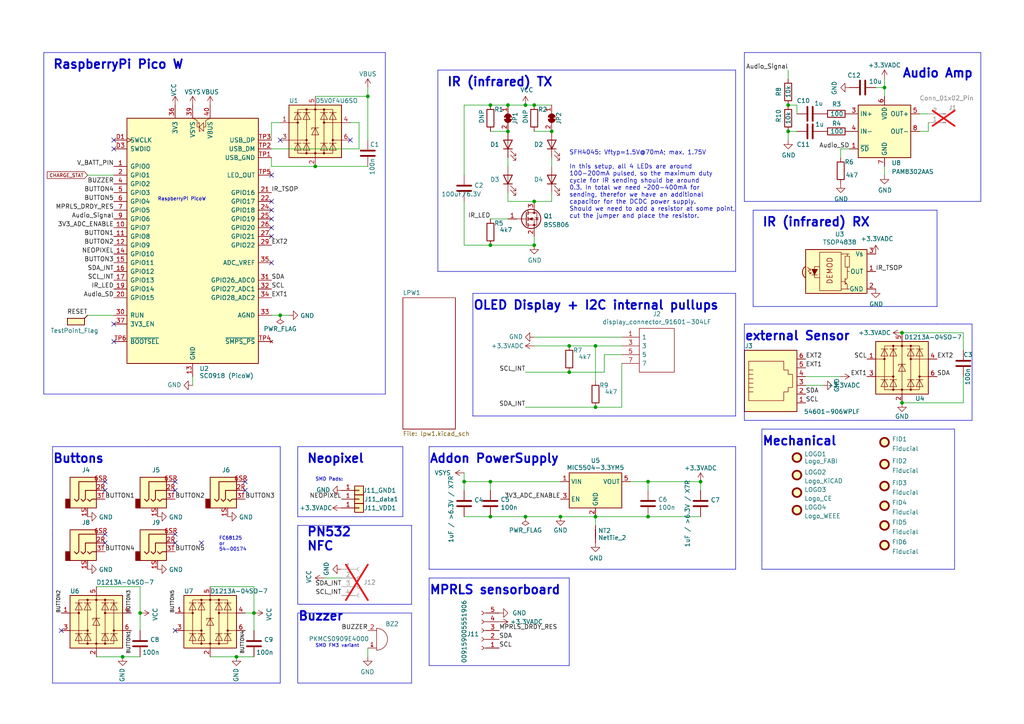
<source format=kicad_sch>
(kicad_sch (version 20231120) (generator "eeschema") (generator_version "8.0")
  (paper "A4")
  (title_block (title "FABI3 PCB (PicoW) with 5 jack plugs") (date "2023-08-23") (rev "v3.1") (company "AsTeRICS Foundation") (comment 1 "www.asterics-foundation.org") (comment 2 "Benjamin Aigner"))
  (junction (at 228.6 30.48))
  (junction (at 134.62 139.7))
  (junction (at 68.58 190.5))
  (junction (at 152.4 149.86))
  (junction (at 162.56 149.86))
  (junction (at 261.62 116.84))
  (junction (at 106.68 27.94))
  (junction (at 73.66 177.8))
  (junction (at 172.72 100.33))
  (junction (at 142.24 71.12))
  (junction (at 147.32 30.48))
  (junction (at 142.24 30.48))
  (junction (at 256.54 25.4))
  (junction (at 81.28 91.44))
  (junction (at 187.96 139.7))
  (junction (at 165.1 100.33))
  (junction (at 142.24 139.7))
  (junction (at 142.24 149.86))
  (junction (at 165.1 107.95))
  (junction (at 154.94 30.48))
  (junction (at 91.44 48.26))
  (junction (at 187.96 149.86))
  (junction (at 160.02 38.1))
  (junction (at 154.94 58.42))
  (junction (at 154.94 71.12))
  (junction (at 40.64 177.8))
  (junction (at 172.72 118.11))
  (junction (at 261.62 96.52))
  (junction (at 228.6 38.1))
  (junction (at 147.32 38.1))
  (junction (at 35.56 190.5))
  (junction (at 203.2 139.7))
  (junction (at 172.72 149.86))
  (junction (at 152.4 30.48))
  (no_connect (at 50.8 182.88))
  (no_connect (at 50.8 154.94))
  (no_connect (at 50.8 142.24))
  (no_connect (at 71.12 139.7))
  (no_connect (at 78.74 58.42))
  (no_connect (at 30.48 142.24))
  (no_connect (at 30.48 157.48))
  (no_connect (at 58.42 157.48))
  (no_connect (at 78.74 66.04))
  (no_connect (at 33.02 43.18))
  (no_connect (at 81.28 40.64))
  (no_connect (at 33.02 93.98))
  (no_connect (at 30.48 154.94))
  (no_connect (at 78.74 63.5))
  (no_connect (at 78.74 76.2))
  (no_connect (at 71.12 142.24))
  (no_connect (at 78.74 68.58))
  (no_connect (at 50.8 139.7))
  (no_connect (at 33.02 40.64))
  (no_connect (at 33.02 99.06))
  (no_connect (at 30.48 139.7))
  (no_connect (at 78.74 50.8))
  (no_connect (at 78.74 60.96))
  (no_connect (at 17.78 182.88))
  (no_connect (at 101.6 40.64))
  (no_connect (at 50.8 157.48))
  (wire (pts (xy 134.62 137.16) (xy 134.62 139.7)))
  (polyline (pts (xy 215.9 15.24) (xy 215.9 58.42)))
  (polyline (pts (xy 12.7 15.24) (xy 111.76 15.24)))
  (polyline (pts (xy 86.36 129.54) (xy 116.84 129.54)))
  (wire (pts (xy 134.62 149.86) (xy 142.24 149.86)))
  (polyline (pts (xy 220.98 124.46) (xy 276.86 124.46)))
  (wire (pts (xy 269.24 38.1) (xy 269.24 35.56)))
  (wire (pts (xy 55.88 109.22) (xy 55.88 111.76)))
  (wire (pts (xy 203.2 139.7) (xy 203.2 142.24)))
  (wire (pts (xy 154.94 58.42) (xy 160.02 58.42)))
  (wire (pts (xy 279.4 101.6) (xy 279.4 96.52)))
  (wire (pts (xy 152.4 107.95) (xy 165.1 107.95)))
  (wire (pts (xy 78.74 35.56) (xy 81.28 35.56)))
  (polyline (pts (xy 127 20.32) (xy 213.36 20.32)))
  (polyline (pts (xy 119.38 177.8) (xy 119.38 198.12)))
  (polyline (pts (xy 119.38 175.26) (xy 86.36 175.26)))
  (wire (pts (xy 154.94 30.48) (xy 160.02 30.48)))
  (wire (pts (xy 78.74 45.72) (xy 78.74 48.26)))
  (wire (pts (xy 256.54 25.4) (xy 256.54 27.94)))
  (polyline (pts (xy 119.38 152.4) (xy 119.38 175.26)))
  (wire (pts (xy 27.94 170.18) (xy 40.64 170.18)))
  (polyline (pts (xy 119.38 198.12) (xy 86.36 198.12)))
  (polyline (pts (xy 213.36 120.65) (xy 213.36 85.09)))
  (wire (pts (xy 134.62 139.7) (xy 134.62 142.24)))
  (wire (pts (xy 162.56 149.86) (xy 172.72 149.86)))
  (wire (pts (xy 99.06 167.64) (xy 93.98 167.64)))
  (polyline (pts (xy 86.36 152.4) (xy 119.38 152.4)))
  (polyline (pts (xy 15.24 154.94) (xy 15.24 198.12)))
  (wire (pts (xy 172.72 100.33) (xy 172.72 110.49)))
  (wire (pts (xy 279.4 116.84) (xy 261.62 116.84)))
  (wire (pts (xy 256.54 50.8) (xy 256.54 48.26)))
  (wire (pts (xy 142.24 30.48) (xy 147.32 30.48)))
  (wire (pts (xy 27.94 190.5) (xy 35.56 190.5)))
  (polyline (pts (xy 271.78 93.98) (xy 215.9 93.98)))
  (polyline (pts (xy 215.9 58.42) (xy 284.48 58.42)))
  (wire (pts (xy 78.74 40.64) (xy 78.74 35.56)))
  (wire (pts (xy 172.72 149.86) (xy 172.72 152.4)))
  (wire (pts (xy 228.6 30.48) (xy 231.14 30.48)))
  (polyline (pts (xy 86.36 175.26) (xy 86.36 152.4)))
  (wire (pts (xy 160.02 58.42) (xy 160.02 55.88)))
  (wire (pts (xy 266.7 33.02) (xy 269.24 33.02)))
  (wire (pts (xy 134.62 71.12) (xy 142.24 71.12)))
  (wire (pts (xy 147.32 58.42) (xy 154.94 58.42)))
  (wire (pts (xy 266.7 38.1) (xy 269.24 38.1)))
  (polyline (pts (xy 12.7 114.3) (xy 111.76 114.3)))
  (wire (pts (xy 152.4 118.11) (xy 172.72 118.11)))
  (wire (pts (xy 187.96 139.7) (xy 203.2 139.7)))
  (polyline (pts (xy 220.98 162.56) (xy 220.98 162.56)))
  (wire (pts (xy 187.96 149.86) (xy 203.2 149.86)))
  (wire (pts (xy 104.14 43.18) (xy 104.14 35.56)))
  (wire (pts (xy 147.32 55.88) (xy 147.32 58.42)))
  (wire (pts (xy 142.24 149.86) (xy 152.4 149.86)))
  (polyline (pts (xy 124.46 167.64) (xy 165.1 167.64)))
  (wire (pts (xy 142.24 139.7) (xy 134.62 139.7)))
  (wire (pts (xy 60.96 170.18) (xy 73.66 170.18)))
  (polyline (pts (xy 220.98 124.46) (xy 220.98 165.1)))
  (polyline (pts (xy 111.76 15.24) (xy 111.76 114.3)))
  (wire (pts (xy 81.28 91.44) (xy 83.82 91.44)))
  (polyline (pts (xy 124.46 165.1) (xy 213.36 165.1)))
  (wire (pts (xy 172.72 118.11) (xy 180.34 118.11)))
  (wire (pts (xy 91.44 48.26) (xy 106.68 48.26)))
  (wire (pts (xy 104.14 35.56) (xy 101.6 35.56)))
  (wire (pts (xy 180.34 97.79) (xy 154.94 97.79)))
  (polyline (pts (xy 116.84 129.54) (xy 116.84 149.86)))
  (polyline (pts (xy 15.24 129.54) (xy 43.18 129.54)))
  (wire (pts (xy 228.6 38.1) (xy 228.6 40.64)))
  (wire (pts (xy 60.96 190.5) (xy 68.58 190.5)))
  (polyline (pts (xy 81.28 198.12) (xy 81.28 129.54)))
  (polyline (pts (xy 124.46 129.54) (xy 124.46 165.1)))
  (wire (pts (xy 25.4 91.44) (xy 33.02 91.44)))
  (wire (pts (xy 233.68 109.22) (xy 243.84 109.22)))
  (wire (pts (xy 160.02 48.26) (xy 160.02 45.72)))
  (polyline (pts (xy 12.7 114.3) (xy 12.7 15.24)))
  (wire (pts (xy 154.94 71.12) (xy 154.94 68.58)))
  (polyline (pts (xy 86.36 177.8) (xy 119.38 177.8)))
  (polyline (pts (xy 124.46 167.64) (xy 124.46 193.04)))
  (wire (pts (xy 78.74 48.26) (xy 91.44 48.26)))
  (wire (pts (xy 187.96 139.7) (xy 187.96 142.24)))
  (wire (pts (xy 134.62 30.48) (xy 142.24 30.48)))
  (polyline (pts (xy 276.86 124.46) (xy 276.86 162.56)))
  (wire (pts (xy 246.38 43.18) (xy 243.84 43.18)))
  (wire (pts (xy 73.66 170.18) (xy 73.66 177.8)))
  (polyline (pts (xy 213.36 20.32) (xy 213.36 78.74)))
  (polyline (pts (xy 218.44 60.96) (xy 218.44 88.9)))
  (wire (pts (xy 78.74 91.44) (xy 81.28 91.44)))
  (wire (pts (xy 256.54 22.86) (xy 256.54 25.4)))
  (wire (pts (xy 175.26 107.95) (xy 175.26 102.87)))
  (polyline (pts (xy 137.16 120.65) (xy 137.16 120.65)))
  (polyline (pts (xy 15.24 129.54) (xy 15.24 154.94)))
  (wire (pts (xy 233.68 111.76) (xy 238.76 111.76)))
  (wire (pts (xy 142.24 63.5) (xy 147.32 63.5)))
  (wire (pts (xy 154.94 100.33) (xy 165.1 100.33)))
  (wire (pts (xy 68.58 190.5) (xy 73.66 190.5)))
  (wire (pts (xy 165.1 107.95) (xy 175.26 107.95)))
  (wire (pts (xy 40.64 177.8) (xy 40.64 182.88)))
  (polyline (pts (xy 276.86 162.56) (xy 276.86 165.1)))
  (polyline (pts (xy 271.78 88.9) (xy 271.78 60.96)))
  (wire (pts (xy 172.72 149.86) (xy 187.96 149.86)))
  (wire (pts (xy 172.72 100.33) (xy 180.34 100.33)))
  (wire (pts (xy 228.6 20.32) (xy 228.6 22.86)))
  (wire (pts (xy 162.56 139.7) (xy 142.24 139.7)))
  (wire (pts (xy 134.62 58.42) (xy 134.62 71.12)))
  (polyline (pts (xy 116.84 149.86) (xy 86.36 149.86)))
  (wire (pts (xy 142.24 139.7) (xy 142.24 142.24)))
  (polyline (pts (xy 215.9 121.92) (xy 281.94 121.92)))
  (wire (pts (xy 106.68 25.4) (xy 106.68 27.94)))
  (wire (pts (xy 180.34 118.11) (xy 180.34 105.41)))
  (wire (pts (xy 134.62 50.8) (xy 134.62 30.48)))
  (polyline (pts (xy 137.16 85.09) (xy 213.36 85.09)))
  (wire (pts (xy 152.4 30.48) (xy 154.94 30.48)))
  (polyline (pts (xy 281.94 121.92) (xy 281.94 93.98)))
  (polyline (pts (xy 284.48 58.42) (xy 284.48 15.24)))
  (polyline (pts (xy 15.24 198.12) (xy 81.28 198.12)))
  (wire (pts (xy 142.24 38.1) (xy 147.32 38.1)))
  (polyline (pts (xy 215.9 93.98) (xy 215.9 114.3)))
  (wire (pts (xy 231.14 30.48) (xy 231.14 33.02)))
  (polyline (pts (xy 86.36 129.54) (xy 86.36 144.78)))
  (polyline (pts (xy 86.36 152.4) (xy 86.36 152.4)))
  (polyline (pts (xy 124.46 129.54) (xy 213.36 129.54)))
  (polyline (pts (xy 124.46 193.04) (xy 165.1 193.04)))
  (wire (pts (xy 78.74 43.18) (xy 104.14 43.18)))
  (wire (pts (xy 106.68 190.5) (xy 106.68 187.96)))
  (polyline (pts (xy 86.36 144.78) (xy 86.36 149.86)))
  (wire (pts (xy 71.12 177.8) (xy 73.66 177.8)))
  (wire (pts (xy 73.66 177.8) (xy 73.66 182.88)))
  (wire (pts (xy 231.14 38.1) (xy 228.6 38.1)))
  (polyline (pts (xy 86.36 177.8) (xy 86.36 198.12)))
  (wire (pts (xy 254 25.4) (xy 256.54 25.4)))
  (polyline (pts (xy 213.36 78.74) (xy 127 78.74)))
  (polyline (pts (xy 213.36 129.54) (xy 213.36 165.1)))
  (wire (pts (xy 91.44 27.94) (xy 106.68 27.94)))
  (wire (pts (xy 279.4 109.22) (xy 279.4 116.84)))
  (polyline (pts (xy 215.9 114.3) (xy 215.9 121.92)))
  (wire (pts (xy 25.4 50.8) (xy 33.02 50.8)))
  (wire (pts (xy 182.88 139.7) (xy 187.96 139.7)))
  (wire (pts (xy 154.94 38.1) (xy 160.02 38.1)))
  (polyline (pts (xy 215.9 15.24) (xy 284.48 15.24)))
  (polyline (pts (xy 276.86 165.1) (xy 220.98 165.1)))
  (polyline (pts (xy 127 78.74) (xy 127 20.32)))
  (wire (pts (xy 147.32 30.48) (xy 152.4 30.48)))
  (polyline (pts (xy 165.1 167.64) (xy 165.1 193.04)))
  (wire (pts (xy 147.32 45.72) (xy 147.32 48.26)))
  (polyline (pts (xy 81.28 129.54) (xy 43.18 129.54)))
  (wire (pts (xy 40.64 170.18) (xy 40.64 177.8)))
  (wire (pts (xy 35.56 190.5) (xy 40.64 190.5)))
  (wire (pts (xy 243.84 43.18) (xy 243.84 45.72)))
  (polyline (pts (xy 137.16 85.09) (xy 137.16 120.65)))
  (wire (pts (xy 142.24 71.12) (xy 154.94 71.12)))
  (polyline (pts (xy 137.16 120.65) (xy 213.36 120.65)))
  (polyline (pts (xy 281.94 93.98) (xy 271.78 93.98)))
  (polyline (pts (xy 218.44 88.9) (xy 271.78 88.9)))
  (wire (pts (xy 106.68 27.94) (xy 106.68 40.64)))
  (polyline (pts (xy 271.78 60.96) (xy 218.44 60.96)))
  (wire (pts (xy 279.4 96.52) (xy 261.62 96.52)))
  (wire (pts (xy 165.1 100.33) (xy 172.72 100.33)))
  (wire (pts (xy 175.26 102.87) (xy 180.34 102.87)))
  (wire (pts (xy 152.4 149.86) (xy 162.56 149.86)))
  (text "external Sensor" (at 215.9 99.06 0) (effects (font (size 2.54 2.54) (thickness 0.508) (bold yes)) (justify left bottom)))
  (text "PN532\nNFC" (at 88.9 160.02 0) (effects (font (size 2.54 2.54) (thickness 0.508) (bold yes)) (justify left bottom)))
  (text "IR (infrared) RX" (at 220.98 66.04 0) (effects (font (size 2.54 2.54) (thickness 0.508) (bold yes)) (justify left bottom)))
  (text "Mechanical" (at 220.98 129.54 0) (effects (font (size 2.54 2.54) (thickness 0.508) (bold yes)) (justify left bottom)))
  (text "Addon PowerSupply" (at 124.46 134.62 0) (effects (font (size 2.54 2.54) (thickness 0.508) (bold yes)) (justify left bottom)))
  (text "RaspberryPi PicoW" (at 45.72 58.42 0) (effects (font (size 0.9906 0.9906)) (justify left bottom)))
  (text "RaspberryPi Pico W" (at 15.24 20.32 0) (effects (font (size 2.54 2.54) (thickness 0.508) (bold yes)) (justify left bottom)))
  (text "Neopixel" (at 88.9 134.62 0) (effects (font (size 2.54 2.54) (thickness 0.508) (bold yes)) (justify left bottom)))
  (text "SFH4045: Vftyp=1.5V@70mA; max. 1.75V\n\nIn this setup, all 4 LEDs are around \n100-200mA pulsed, so the maximum duty \ncycle for IR sending should be around \n0.3. In total we need ~200-400mA for \nsending, therefor we have an additional \ncapacitor for the DCDC power supply.\nShould we need to add a resistor at some point,\ncut the jumper and place the resistor." (at 165.1 63.5 0) (effects (font (size 1.27 1.27)) (justify left bottom)))
  (text "MPRLS sensorboard" (at 124.46 172.72 0) (effects (font (size 2.54 2.54) (thickness 0.508) (bold yes)) (justify left bottom)))
  (text "SMD Pads:" (at 91.44 139.7 0) (effects (font (size 0.9906 0.9906)) (justify left bottom)))
  (text "Buzzer" (at 86.36 180.34 0) (effects (font (size 2.54 2.54) (thickness 0.508) (bold yes)) (justify left bottom)))
  (text "FC68125\nor\n54-00174" (at 63.5 160.02 0) (effects (font (size 0.9906 0.9906)) (justify left bottom)))
  (text "Buttons" (at 15.24 134.62 0) (effects (font (size 2.54 2.54) (thickness 0.508) (bold yes)) (justify left bottom)))
  (text "Audio Amp" (at 261.62 22.86 0) (effects (font (size 2.54 2.54) (thickness 0.508) (bold yes)) (justify left bottom)))
  (text "SMD FM3 variant" (at 91.44 187.96 0) (effects (font (size 0.9906 0.9906)) (justify left bottom)))
  (text "IR (infrared) TX" (at 129.54 25.4 0) (effects (font (size 2.54 2.54) (thickness 0.508) (bold yes)) (justify left bottom)))
  (text "OLED Display + I2C internal pullups" (at 137.16 90.17 0) (effects (font (size 2.54 2.54) (thickness 0.508) (bold yes)) (justify left bottom)))
  (label "BUZZER" (at 106.68 182.88 180))
  (label "SDA_INT" (at 33.02 78.74 180))
  (label "3V3_ADC_ENABLE" (at 33.02 66.04 180))
  (label "SCL" (at 78.74 83.82 0))
  (label "SCL_INT" (at 152.4 107.95 180))
  (label "BUTTON2" (at 17.78 177.8 90) (effects (font (size 0.9906 0.9906))))
  (label "V_BATT_PIN" (at 33.02 48.26 180))
  (label "NEOPIXEL" (at 99.06 144.78 180))
  (label "BUTTON3" (at 33.02 76.2 180))
  (label "Audio_SD" (at 33.02 86.36 180))
  (label "NEOPIXEL" (at 33.02 73.66 180))
  (label "EXT1" (at 78.74 86.36 0))
  (label "BUTTON2" (at 50.8 144.78 0))
  (label "EXT2" (at 78.74 71.12 0))
  (label "BUTTON3" (at 71.12 144.78 0))
  (label "SDA" (at 144.78 185.42 0))
  (label "IR_LED" (at 33.02 83.82 180))
  (label "SCL_INT" (at 99.06 172.72 180))
  (label "BUTTON4" (at 71.12 182.88 270) (effects (font (size 0.9906 0.9906))))
  (label "SCL" (at 144.78 187.96 0))
  (label "IR_LED" (at 142.24 63.5 180))
  (label "Audio_SD" (at 246.38 43.18 180))
  (label "SDA_INT" (at 99.06 170.18 180))
  (label "BUTTON1" (at 30.48 144.78 0))
  (label "EXT2" (at 233.68 104.14 0))
  (label "BUTTON5" (at 50.8 177.8 90) (effects (font (size 0.9906 0.9906))))
  (label "BUZZER" (at 33.02 53.34 180))
  (label "SDA_INT" (at 152.4 118.11 180))
  (label "EXT1" (at 233.68 106.68 0))
  (label "SCL_INT" (at 33.02 81.28 180))
  (label "Audio_Signal" (at 228.6 20.32 180))
  (label "EXT2" (at 271.78 104.14 0))
  (label "BUTTON1" (at 33.02 68.58 180))
  (label "3V3_ADC_ENABLE" (at 162.56 144.78 180))
  (label "SDA" (at 78.74 81.28 0))
  (label "SCL" (at 251.46 104.14 180))
  (label "BUTTON3" (at 38.1 177.8 90) (effects (font (size 0.9906 0.9906))))
  (label "RESET" (at 25.4 91.44 180))
  (label "IR_TSOP" (at 254 78.74 0))
  (label "BUTTON4" (at 33.02 55.88 180))
  (label "BUTTON5" (at 33.02 58.42 180))
  (label "Audio_Signal" (at 33.02 63.5 180))
  (label "EXT1" (at 251.46 109.22 180))
  (label "BUTTON4" (at 30.48 160.02 0))
  (label "MPRLS_DRDY_RES" (at 33.02 60.96 180))
  (label "IR_TSOP" (at 78.74 55.88 0))
  (label "BUTTON5" (at 50.8 160.02 0))
  (label "SDA" (at 233.68 114.3 0))
  (label "BUTTON1" (at 38.1 182.88 270) (effects (font (size 0.9906 0.9906))))
  (label "SDA" (at 271.78 109.22 0))
  (label "MPRLS_DRDY_RES" (at 144.78 182.88 0))
  (label "SCL" (at 233.68 116.84 0))
  (label "BUTTON2" (at 33.02 71.12 180))
  (global_label "CHARGE_STAT" (shape input) (at 25.4 50.8 180) (effects (font (size 0.9906 0.9906))) (property "Intersheetrefs" "${INTERSHEET_REFS}" (effects (hide yes))))
  (symbol (lib_id "power:GND") (at 25.4 149.86 90) (mirror x) (unit 1)
    (property "Reference" "#PWR024" (effects (hide yes)))
    (property "Value" "GND" (at 28.6512 149.987 90) (effects (justify right)))
  )
  (symbol (lib_id "power:VCC") (at 154.94 100.33 90) (mirror x) (unit 1)
    (property "Reference" "#PWR015" (effects (hide yes)))
    (property "Value" "+3.3VADC" (at 147.193 100.33 90))
  )
  (symbol (lib_id "power:GND") (at 154.94 97.79 270) (mirror x) (unit 1)
    (property "Reference" "#PWR014" (effects (hide yes)))
    (property "Value" "GND" (at 151.6888 97.663 90) (effects (justify right)))
  )
  (symbol (lib_id "Connector_Generic:Conn_01x01") (at 104.14 142.24 0) (unit 1) (in_bom no)
    (property "Reference" "J11_GND1" (at 114.935 142.24 0) (effects (justify right)))
    (property "Value" "Conn_01x01_Male" (effects (hide yes)))
    (property "Footprint" "FABI:SolderWirePad_1x01_SMD_1x2mm_NOPASTE" (effects (hide yes)))
  )
  (symbol (lib_id "power:GND") (at 99.06 142.24 270) (mirror x) (unit 1)
    (property "Reference" "#PWR028" (effects (hide yes)))
    (property "Value" "GND" (at 95.8088 142.113 90) (effects (justify right)))
  )
  (symbol (lib_id "Connector_Generic:Conn_01x01") (at 104.14 144.78 0) (unit 1) (in_bom no)
    (property "Reference" "J11_data1" (at 115.57 144.78 0) (effects (justify right)))
    (property "Value" "Conn_01x01_Male" (effects (hide yes)))
    (property "Footprint" "FABI:SolderWirePad_1x01_SMD_1x2mm_NOPASTE" (effects (hide yes)))
  )
  (symbol (lib_id "Connector_Generic:Conn_01x01") (at 104.14 147.32 0) (unit 1) (in_bom no)
    (property "Reference" "J11_VDD1" (at 114.935 147.32 0) (effects (justify right)))
    (property "Value" "Conn_01x01_Male" (effects (hide yes)))
    (property "Footprint" "FABI:SolderWirePad_1x01_SMD_1x2mm_NOPASTE" (effects (hide yes)))
  )
  (symbol (lib_id "FABI_customLib:dispaly_connector_91601-304LF") (at 180.34 97.79 0) (unit 1) (in_bom no)
    (property "Reference" "J2" (at 190.5 91.059 0))
    (property "Value" "display_connector_91601-304LF" (at 190.5 93.3704 0))
    (property "Footprint" "FABI:91601304LF" (effects (hide yes)))
    (property "Datasheet" "http://www.mouser.com/datasheet/2/18/91601-1289404.pdf" (effects (hide yes)))
    (property "Height" "8" (effects (hide yes)))
    (property "Mouser Part Number" "649-91601-304LF" (effects (hide yes)))
    (property "Mouser Price/Stock" "https://www.mouser.com/Search/Refine.aspx?Keyword=649-91601-304LF" (effects (hide yes)))
    (property "Manufacturer_Name" "Amphenol" (effects (hide yes)))
    (property "Manufacturer_Part_Number" "91601-304LF" (effects (hide yes)))
    (property "RS" "https://at.rs-online.com/web/p/leiterplatten-buchsen/6737405/" (effects (hide yes)))
    (property "RS-Nr" "673-7405" (effects (hide yes)))
  )
  (symbol (lib_id "FABI_customLib:AudioJack3_Ground") (at 25.4 142.24 0) (unit 1)
    (property "Reference" "J4" (at 24.9428 136.3218 0))
    (property "Value" "54-00174 / FC68125" (effects (hide yes)))
    (property "Footprint" "FABI:FC68125" (effects (hide yes)))
    (property "Datasheet" "https://docs.rs-online.com/db52/0900766b812d152e.pdf" (effects (hide yes)))
    (property "RS" "https://at.rs-online.com/web/p/klinken-steckerbuchsen/8051655/" (effects (hide yes)))
    (property "RS-Nr" "805-1655" (effects (hide yes)))
    (property "Digikey" "839-54-00174CT-ND" (effects (hide yes)))
  )
  (symbol (lib_id "Interface_Optical:TSOP41xx") (at 243.84 78.74 0) (unit 1)
    (property "Reference" "U3" (at 243.5352 67.945 0))
    (property "Value" "TSOP4838" (at 243.5352 70.2564 0))
    (property "Footprint" "OptoDevice:Vishay_MOLD-3Pin" (effects (hide yes)))
    (property "Datasheet" "http://www.vishay.com/docs/82460/tsop45.pdf" (effects (hide yes)))
    (property "Farnell" "4913190" (effects (hide yes)))
    (property "RS Components" "708-5115 (or 90pcs: 919-0014)" (effects (hide yes)))
    (property "Digikey" "TSOP4838-ND" (effects (hide yes)))
    (property "Mouser" "782-TSOP4838" (effects (hide yes)))
  )
  (symbol (lib_id "Connector:Conn_01x05_Socket") (at 139.7 182.88 180) (unit 1)
    (property "Reference" "J11" (at 138.9888 183.904 0) (effects (justify left)))
    (property "Value" "009159005551906" (at 134.62 173.99 90) (effects (justify left)))
    (property "Footprint" "FLipMouse:009159005551906" (effects (hide yes)))
    (property "Digikey" "478-8739-1-ND" (effects (hide yes)))
    (property "Farnell" "2373966" (effects (hide yes)))
    (property "Mouser" " 581-009159005551906" (effects (hide yes)))
    (property "RS Components" "--" (effects (hide yes)))
  )
  (symbol (lib_id "power:VCC") (at 50.8 30.48 0) (mirror y) (unit 1)
    (property "Reference" "#PWR04" (effects (hide yes)))
    (property "Value" "VCC" (at 50.419 26.0858 90))
  )
  (symbol (lib_id "power:VBUS") (at 106.68 25.4 0) (unit 1)
    (property "Reference" "#PWR01" (effects (hide yes)))
    (property "Value" "VBUS" (at 106.68 21.455 0))
  )
  (symbol (lib_id "power:GND") (at 256.54 50.8 0) (unit 1)
    (property "Reference" "#PWR03" (effects (hide yes)))
    (property "Value" "GND" (at 256.667 55.1942 0))
  )
  (symbol (lib_id "power:GNDA") (at 144.78 177.8 90) (unit 1)
    (property "Reference" "#PWR035" (effects (hide yes)))
    (property "Value" "GND" (at 148.59 177.7999 90) (effects (justify right)))
  )
  (symbol (lib_id "Device:C") (at 106.68 44.45 0) (unit 1)
    (property "Reference" "C1" (at 107.315 41.91 0) (effects (justify left)))
    (property "Value" "100n" (at 107.95 50.8 90) (effects (justify left)))
    (property "Footprint" "Capacitor_SMD:C_0603_1608Metric" (effects (hide yes)))
    (property "Digikey" "1276-CL10B104KB8NNNLCT-ND" (effects (hide yes)))
    (property "Farnell" "3013409" (effects (hide yes)))
    (property "Mouser" "581-06035C104K4" (effects (hide yes)))
    (property "RS Components" "200-6519" (effects (hide yes)))
  )
  (symbol (lib_id "Power_Protection:WE-TVS-824015043") (at 60.96 180.34 0) (unit 1)
    (property "Reference" "U7" (at 53.34 171.45 0) (effects (justify left)))
    (property "Value" "D1213A-04SO-7" (at 60.96 171.45 0) (effects (justify left)))
    (property "Footprint" "Package_TO_SOT_SMD:SC-74-6_1.55x2.9mm_P0.95mm" (effects (hide yes)))
    (property "Datasheet" "https://www.we-online.com/components/products/datasheet/824015043.pdf" (effects (hide yes)))
    (property "Digikey" "D1213A-04SO-7DICT-ND" (effects (hide yes)))
  )
  (symbol (lib_id "Device:C") (at 142.24 146.05 0) (unit 1)
    (property "Reference" "C5" (at 145.161 144.8816 0) (effects (justify left)))
    (property "Value" "100n" (at 145.161 147.193 0) (effects (justify left)))
    (property "Footprint" "Capacitor_SMD:C_0603_1608Metric" (effects (hide yes)))
    (property "Digikey" "1276-CL10B104KB8NNNLCT-ND" (effects (hide yes)))
    (property "Farnell" "3013409" (effects (hide yes)))
    (property "Mouser" "581-06035C104K4" (effects (hide yes)))
    (property "RS Components" "200-6519" (effects (hide yes)))
  )
  (symbol (lib_id "Device:R") (at 142.24 67.31 180) (unit 1)
    (property "Reference" "R5" (at 146.05 64.77 0) (effects (justify left)))
    (property "Value" "4k7" (at 148.59 66.675 0) (effects (justify left)))
    (property "Footprint" "Resistor_SMD:R_0603_1608Metric" (effects (hide yes)))
    (property "Farnell" "3994558" (effects (hide yes)))
    (property "Digikey" "1292-WR06X472JTLCT-ND" (effects (hide yes)))
    (property "RS Components" "199-5594" (effects (hide yes)))
    (property "Mouser" "756-WCR0603-4K7FI" (effects (hide yes)))
  )
  (symbol (lib_id "Jumper:SolderJumper_2_Bridged") (at 147.32 34.29 270) (unit 1) (in_bom no)
    (property "Reference" "JP1" (at 149.3718 34.29 0))
    (property "Value" "SolderJumper_2_Bridged" (effects (hide yes)))
    (property "Footprint" "Jumper:SolderJumper-2_P1.3mm_Bridged_RoundedPad1.0x1.5mm" (effects (hide yes)))
    (property "Digikey" "DNP" (effects (hide yes)))
    (property "Farnell" "DNP" (effects (hide yes)))
    (property "Mouser" "DNP" (effects (hide yes)))
    (property "RS Components" "DNP" (effects (hide yes)))
  )
  (symbol (lib_id "Connector:Conn_01x02_Pin") (at 274.32 35.56 180) (unit 1) (dnp yes)
    (property "Reference" "J1" (at 275.082 31.242 0) (effects (justify right)))
    (property "Value" "Conn_01x02_Pin" (at 266.7 28.448 0) (effects (justify right)))
    (property "Footprint" "Connector_PinSocket_2.54mm:PinSocket_1x02_P2.54mm_Vertical" (effects (hide yes)))
    (property "Description" "Generic connector, single row, 01x02, script generated" (effects (hide yes)))
  )
  (symbol (lib_id "power:GND") (at 68.58 190.5 0) (mirror y) (unit 1)
    (property "Reference" "#PWR040" (effects (hide yes)))
    (property "Value" "GND" (at 68.453 193.7512 90) (effects (justify right)))
  )
  (symbol (lib_id "Mechanical:Fiducial") (at 256.54 128.27 0) (unit 1) (in_bom no)
    (property "Reference" "FID1" (at 258.699 127.3615 0) (effects (justify left)))
    (property "Value" "Fiducial" (at 258.699 130.1366 0) (effects (justify left)))
    (property "Footprint" "Fiducial:Fiducial_0.5mm_Mask1mm" (effects (hide yes)))
    (property "Digikey" "DNP" (effects (hide yes)))
    (property "Farnell" "DNP" (effects (hide yes)))
    (property "Mouser" "DNP" (effects (hide yes)))
    (property "RS Components" "DNP" (effects (hide yes)))
  )
  (symbol (lib_id "Mechanical:Fiducial") (at 231.14 147.955 0) (unit 1) (in_bom no)
    (property "Reference" "LOGO4" (at 233.299 147.1203 0) (effects (justify left)))
    (property "Value" "Logo_WEEE" (at 233.299 149.6572 0) (effects (justify left)))
    (property "Footprint" "Symbol:WEEE-Logo_5.6x8mm_SilkScreen" (effects (hide yes)))
    (property "Digikey" "DNP" (effects (hide yes)))
    (property "Farnell" "DNP" (effects (hide yes)))
    (property "Mouser" "DNP" (effects (hide yes)))
    (property "RS Components" "DNP" (effects (hide yes)))
  )
  (symbol (lib_id "Device:NetTie_2") (at 172.72 154.94 90) (unit 1) (in_bom no)
    (property "Reference" "NT2" (at 173.482 153.916 90) (effects (justify right)))
    (property "Value" "NetTie_2" (at 173.482 155.964 90) (effects (justify right)))
    (property "Footprint" "NetTie:NetTie-2_SMD_Pad0.5mm" (effects (hide yes)))
    (property "Digikey" "DNP" (effects (hide yes)))
    (property "Farnell" "DNP" (effects (hide yes)))
    (property "Mouser" "DNP" (effects (hide yes)))
    (property "RS Components" "DNP" (effects (hide yes)))
  )
  (symbol (lib_id "Amplifier_Audio:PAM8302AAS") (at 256.54 38.1 0) (unit 1)
    (property "Reference" "U8" (at 258.572 47.244 0) (effects (justify left)))
    (property "Value" "PAM8302AAS" (at 258.572 49.784 0) (effects (justify left)))
    (property "Footprint" "Package_SO:SOIC-8_3.9x4.9mm_P1.27mm" (effects (hide yes)))
    (property "Datasheet" "https://www.diodes.com/assets/Datasheets/PAM8302A.pdf" (effects (hide yes)))
    (property "Description" "2.5W Filterless Class-D Mono Audio Amplifier, MSOP-8" (effects (hide yes)))
    (property "Farnell" "3373819" (effects (hide yes)))
    (property "Digikey" "PAM8302AASCRDICT-ND" (effects (hide yes)))
    (property "Mouser" "621-PAM8302AASCR" (effects (hide yes)))
  )
  (symbol (lib_id "power:GNDA") (at 162.56 149.86 0) (unit 1)
    (property "Reference" "#PWR027" (effects (hide yes)))
    (property "Value" "GND" (at 162.56 153.805 0))
  )
  (symbol (lib_id "Device:C") (at 234.95 33.02 90) (unit 1)
    (property "Reference" "C10" (at 234.95 29.21 90) (effects (justify left)))
    (property "Value" "1u" (at 238.76 29.972 90) (effects (justify left)))
    (property "Footprint" "Capacitor_SMD:C_0603_1608Metric" (effects (hide yes)))
    (property "Digikey" "1276-1019-1-ND" (effects (hide yes)))
    (property "Farnell" "2112839" (effects (hide yes)))
    (property "Mouser" "80-C0603C105K4RAC" (effects (hide yes)))
    (property "RS Components" "184-3726" (effects (hide yes)))
  )
  (symbol (lib_id "Power_Protection:WE-TVS-824015043") (at 261.62 106.68 0) (unit 1)
    (property "Reference" "U4" (at 265.43 115.57 0) (effects (justify left)))
    (property "Value" "D1213A-04SO-7" (at 262.255 97.79 0) (effects (justify left)))
    (property "Footprint" "Package_TO_SOT_SMD:SC-74-6_1.55x2.9mm_P0.95mm" (effects (hide yes)))
    (property "Datasheet" "https://www.we-online.com/components/products/datasheet/824015043.pdf" (effects (hide yes)))
    (property "Digikey" "D1213A-04SO-7DICT-ND" (effects (hide yes)))
  )
  (symbol (lib_id "power:+3.3VADC") (at 256.54 22.86 0) (unit 1)
    (property "Reference" "#PWR023" (effects (hide yes)))
    (property "Value" "+3.3VADC" (at 256.54 18.915 0))
  )
  (symbol (lib_id "Device:R") (at 142.24 34.29 180) (unit 1) (in_bom no)
    (property "Reference" "R1" (at 146.05 31.75 0) (effects (justify left)))
    (property "Value" "DNP" (at 139.7 31.75 90) (effects (justify left)))
    (property "Footprint" "Resistor_SMD:R_0603_1608Metric" (effects (hide yes)))
    (property "Farnell" "3994558" (effects (hide yes)))
    (property "Digikey" "1292-WR06X472JTLCT-ND" (effects (hide yes)))
    (property "RS Components" "199-5594" (effects (hide yes)))
    (property "Mouser" "756-WCR0603-4K7FI" (effects (hide yes)))
  )
  (symbol (lib_id "power:GNDA") (at 238.76 111.76 90) (unit 1)
    (property "Reference" "#PWR017" (effects (hide yes)))
    (property "Value" "GND" (at 242.705 111.76 0))
  )
  (symbol (lib_id "Device:Buzzer") (at 109.22 185.42 0) (mirror x) (unit 1)
    (property "Reference" "BZ2" (at 111.76 180.975 0) (effects (justify left)))
    (property "Value" "PKMCS0909E4000" (at 89.535 185.293 0) (effects (justify left)))
    (property "Footprint" "Buzzer_Beeper:Buzzer_Murata_PKMCS0909E" (effects (hide yes)))
    (property "Digikey" "490-9647-1-ND" (effects (hide yes)))
    (property "Farnell" "2529461" (effects (hide yes)))
    (property "Mouser" "81-PKMCS0909E4000-R1" (effects (hide yes)))
    (property "RS Components" "901-0898" (effects (hide yes)))
  )
  (symbol (lib_id "power:+3.3VADC") (at 243.84 109.22 270) (unit 1)
    (property "Reference" "#PWR016" (effects (hide yes)))
    (property "Value" "+3.3VADC" (at 240.03 111.76 90) (effects (justify left)))
  )
  (symbol (lib_id "Device:R") (at 154.94 34.29 180) (unit 1) (in_bom no)
    (property "Reference" "R2" (at 158.75 31.75 0) (effects (justify left)))
    (property "Value" "DNP" (at 152.4 31.75 90) (effects (justify left)))
    (property "Footprint" "Resistor_SMD:R_0603_1608Metric" (effects (hide yes)))
    (property "Farnell" "3994558" (effects (hide yes)))
    (property "Digikey" "1292-WR06X472JTLCT-ND" (effects (hide yes)))
    (property "RS Components" "199-5594" (effects (hide yes)))
    (property "Mouser" "756-WCR0603-4K7FI" (effects (hide yes)))
  )
  (symbol (lib_id "Device:LED") (at 147.32 41.91 90) (unit 1)
    (property "Reference" "D1" (at 143.51 41.91 90))
    (property "Value" "SFH4045" (effects (hide yes)))
    (property "Footprint" "FLipMouse:SFH4045N" (effects (hide yes)))
    (property "Digikey" "475-3047-1-ND" (effects (hide yes)))
    (property "Farnell" "2981752" (effects (hide yes)))
    (property "Mouser" "720-SFH4045N" (effects (hide yes)))
    (property "RS Components" "876-8729" (effects (hide yes)))
  )
  (symbol (lib_id "Device:C") (at 279.4 105.41 0) (unit 1)
    (property "Reference" "C3" (at 279.4 102.87 0) (effects (justify left)))
    (property "Value" "100n" (at 280.67 111.76 90) (effects (justify left)))
    (property "Footprint" "Capacitor_SMD:C_0603_1608Metric" (effects (hide yes)))
    (property "Digikey" "1276-CL10B104KB8NNNLCT-ND" (effects (hide yes)))
    (property "Farnell" "3013409" (effects (hide yes)))
    (property "Mouser" "581-06035C104K4" (effects (hide yes)))
    (property "RS Components" "200-6519" (effects (hide yes)))
  )
  (symbol (lib_id "Device:C") (at 134.62 54.61 0) (unit 1)
    (property "Reference" "C2" (at 137.541 53.7753 0) (effects (justify left)))
    (property "Value" "100uF/6.3V" (at 128.016 56.3122 0) (effects (justify left)))
    (property "Footprint" "Capacitor_SMD:C_1210_3225Metric" (effects (hide yes)))
    (property "Digikey" "1276-1092-1-ND" (effects (hide yes)))
    (property "Farnell" "3778295" (effects (hide yes)))
    (property "Mouser" "187-CL32A107MQVNNNE" (effects (hide yes)))
    (property "RS Components" "766-1166" (effects (hide yes)))
  )
  (symbol (lib_id "power:+3.3VADC") (at 203.2 139.7 0) (unit 1)
    (property "Reference" "#PWR021" (effects (hide yes)))
    (property "Value" "+3.3VADC" (at 203.2 135.755 0))
  )
  (symbol (lib_id "Device:LED") (at 160.02 52.07 90) (unit 1)
    (property "Reference" "D4" (at 156.21 52.07 90))
    (property "Value" "SFH4045" (effects (hide yes)))
    (property "Footprint" "FLipMouse:SFH4045N" (effects (hide yes)))
    (property "Farnell" "2981752" (effects (hide yes)))
    (property "RS Components" "876-8729" (effects (hide yes)))
    (property "Digikey" "475-3047-1-ND" (effects (hide yes)))
    (property "Mouser" "720-SFH4045N" (effects (hide yes)))
  )
  (symbol (lib_id "Device:R") (at 165.1 104.14 180) (unit 1)
    (property "Reference" "R7" (at 168.91 101.6 0) (effects (justify left)))
    (property "Value" "4k7" (at 171.45 103.505 0) (effects (justify left)))
    (property "Footprint" "Resistor_SMD:R_0603_1608Metric" (effects (hide yes)))
    (property "Farnell" "3994558" (effects (hide yes)))
    (property "Digikey" "1292-WR06X472JTLCT-ND" (effects (hide yes)))
    (property "RS Components" "199-5594" (effects (hide yes)))
    (property "Mouser" "756-WCR0603-4K7FI" (effects (hide yes)))
  )
  (symbol (lib_id "power:GND") (at 243.84 53.34 0) (unit 1)
    (property "Reference" "#PWR08" (effects (hide yes)))
    (property "Value" "GND" (at 243.967 57.7342 0))
  )
  (symbol (lib_id "Device:C") (at 203.2 146.05 0) (unit 1)
    (property "Reference" "C7" (at 206.121 145.026 0) (effects (justify left)))
    (property "Value" "1uF / >6.3V / X7R" (at 199.39 158.75 90) (effects (justify left)))
    (property "Footprint" "Capacitor_SMD:C_0603_1608Metric" (effects (hide yes)))
    (property "Digikey" "1276-1019-1-ND" (effects (hide yes)))
    (property "Farnell" "2112839" (effects (hide yes)))
    (property "Mouser" "80-C0603C105K4RAC" (effects (hide yes)))
    (property "RS Components" "184-3726" (effects (hide yes)))
  )
  (symbol (lib_id "power:GNDA") (at 261.62 116.84 0) (unit 1)
    (property "Reference" "#PWR018" (effects (hide yes)))
    (property "Value" "GND" (at 261.62 120.785 0))
  )
  (symbol (lib_id "FABI_customLib:AudioJack3_Ground") (at 45.72 157.48 0) (unit 1)
    (property "Reference" "J9" (at 45.2628 151.5618 0))
    (property "Value" "54-00174 / FC68125" (effects (hide yes)))
    (property "Footprint" "FABI:FC68125" (effects (hide yes)))
    (property "Datasheet" "https://docs.rs-online.com/db52/0900766b812d152e.pdf" (effects (hide yes)))
    (property "RS" "https://at.rs-online.com/web/p/klinken-steckerbuchsen/8051655/" (effects (hide yes)))
    (property "RS-Nr" "805-1655" (effects (hide yes)))
    (property "Digikey" "839-54-00174CT-ND" (effects (hide yes)))
  )
  (symbol (lib_id "Transistor_FET:BSS138") (at 152.4 63.5 0) (unit 1)
    (property "Reference" "Q1" (at 157.607 62.6653 0) (effects (justify left)))
    (property "Value" "BSS806" (at 157.607 65.2022 0) (effects (justify left)))
    (property "Footprint" "Package_TO_SOT_SMD:SOT-23" (effects (hide yes)))
    (property "Datasheet" "https://www.onsemi.com/pub/Collateral/BSS138-D.PDF" (effects (hide yes)))
    (property "Digikey" "BSS806NH6327XTSA1CT-ND" (effects (hide yes)))
    (property "Farnell" "2443469" (effects (hide yes)))
    (property "Mouser" "726-BSS806NH6327XT" (effects (hide yes)))
    (property "RS Components" "827-0109 (250pcs!)" (effects (hide yes)))
  )
  (symbol (lib_id "power:PWR_FLAG") (at 81.28 91.44 180) (unit 1)
    (property "Reference" "#FLG01" (effects (hide yes)))
    (property "Value" "PWR_FLAG" (at 81.28 95.385 0))
  )
  (symbol (lib_id "power:GND") (at 228.6 40.64 0) (unit 1)
    (property "Reference" "#PWR022" (effects (hide yes)))
    (property "Value" "GND" (at 228.727 45.0342 0))
  )
  (symbol (lib_id "Device:LED") (at 147.32 52.07 90) (unit 1)
    (property "Reference" "D3" (at 143.51 52.07 90))
    (property "Value" "SFH4045" (effects (hide yes)))
    (property "Footprint" "FLipMouse:SFH4045N" (effects (hide yes)))
    (property "Digikey" "475-3047-1-ND" (effects (hide yes)))
    (property "Farnell" "2981752" (effects (hide yes)))
    (property "Mouser" "720-SFH4045N" (effects (hide yes)))
    (property "RS Components" "876-8729" (effects (hide yes)))
  )
  (symbol (lib_id "Mechanical:Fiducial") (at 256.54 140.97 0) (unit 1) (in_bom no)
    (property "Reference" "FID3" (at 258.699 140.0615 0) (effects (justify left)))
    (property "Value" "Fiducial" (at 258.699 142.8366 0) (effects (justify left)))
    (property "Footprint" "Fiducial:Fiducial_0.5mm_Mask1mm" (effects (hide yes)))
    (property "Digikey" "DNP" (effects (hide yes)))
    (property "Farnell" "DNP" (effects (hide yes)))
    (property "Mouser" "DNP" (effects (hide yes)))
    (property "RS Components" "DNP" (effects (hide yes)))
  )
  (symbol (lib_id "MCU_Module_RaspberryPi_Pico:RaspberryPi_Pico_W_SecondaryPins") (at 55.88 71.12 0) (unit 1)
    (property "Reference" "U2" (at 57.8359 106.942 0) (effects (justify left)))
    (property "Value" "SC0918 (PicoW)" (at 57.8359 108.99 0) (effects (justify left)))
    (property "Footprint" "Module_RaspberryPi_Pico:RaspberryPi_Pico_W_SMD" (effects (hide yes)))
    (property "Datasheet" "https://datasheets.raspberrypi.com/picow/pico-w-datasheet.pdf" (effects (hide yes)))
    (property "Digikey" "2648-SC0918CT-ND" (effects (hide yes)))
  )
  (symbol (lib_id "power:VBUS") (at 99.06 147.32 90) (unit 1)
    (property "Reference" "#PWR030" (effects (hide yes)))
    (property "Value" "+3.3VADC" (at 86.868 147.32 90) (effects (justify right)))
  )
  (symbol (lib_id "power:VBUS") (at 60.96 30.48 0) (unit 1)
    (property "Reference" "#PWR05" (effects (hide yes)))
    (property "Value" "VBUS" (at 60.96 26.67 0))
  )
  (symbol (lib_id "power:PWR_FLAG") (at 152.4 149.86 180) (unit 1)
    (property "Reference" "#FLG02" (effects (hide yes)))
    (property "Value" "PWR_FLAG" (at 152.4 153.805 0))
  )
  (symbol (lib_id "power:GND") (at 106.68 190.5 0) (mirror y) (unit 1)
    (property "Reference" "#PWR07" (effects (hide yes)))
    (property "Value" "GND" (at 106.553 194.8942 0))
  )
  (symbol (lib_id "Device:LED") (at 160.02 41.91 90) (unit 1)
    (property "Reference" "D2" (at 156.21 41.91 90))
    (property "Value" "SFH4045" (effects (hide yes)))
    (property "Footprint" "FLipMouse:SFH4045N" (effects (hide yes)))
    (property "Farnell" "2981752" (effects (hide yes)))
    (property "RS Components" "876-8729" (effects (hide yes)))
    (property "Digikey" "475-3047-1-ND" (effects (hide yes)))
    (property "Mouser" "720-SFH4045N" (effects (hide yes)))
  )
  (symbol (lib_id "Device:R") (at 242.57 38.1 270) (unit 1)
    (property "Reference" "R4" (at 241.3 35.814 90) (effects (justify left)))
    (property "Value" "100" (at 240.792 38.1 90) (effects (justify left)))
    (property "Footprint" "Resistor_SMD:R_0603_1608Metric" (effects (hide yes)))
    (property "Farnell" "3994558" (effects (hide yes)))
    (property "Digikey" "P100HCT-ND " (effects (hide yes)))
    (property "RS Components" "125-1172" (effects (hide yes)))
  )
  (symbol (lib_id "Device:R") (at 242.57 33.02 270) (unit 1)
    (property "Reference" "R3" (at 241.3 30.226 90) (effects (justify left)))
    (property "Value" "100" (at 240.792 33.02 90) (effects (justify left)))
    (property "Footprint" "Resistor_SMD:R_0603_1608Metric" (effects (hide yes)))
    (property "Farnell" "3994558" (effects (hide yes)))
    (property "Digikey" "P100HCT-ND " (effects (hide yes)))
    (property "RS Components" "125-1172" (effects (hide yes)))
  )
  (symbol (lib_id "power:VCC") (at 152.4 30.48 0) (unit 1)
    (property "Reference" "#PWR02" (effects (hide yes)))
    (property "Value" "VCC" (at 152.781 26.0858 0))
  )
  (symbol (lib_id "FABI_customLib:AudioJack3_Ground") (at 66.04 142.24 0) (unit 1)
    (property "Reference" "J6" (at 65.5828 136.3218 0))
    (property "Value" "54-00174 / FC68125" (effects (hide yes)))
    (property "Footprint" "FABI:FC68125" (effects (hide yes)))
    (property "Datasheet" "https://docs.rs-online.com/db52/0900766b812d152e.pdf" (effects (hide yes)))
    (property "RS" "https://at.rs-online.com/web/p/klinken-steckerbuchsen/8051655/" (effects (hide yes)))
    (property "RS-Nr" "805-1655" (effects (hide yes)))
    (property "Digikey" "839-54-00174CT-ND" (effects (hide yes)))
  )
  (symbol (lib_id "Mechanical:Fiducial") (at 256.54 158.115 0) (unit 1) (in_bom no)
    (property "Reference" "FID6" (at 258.699 157.2065 0) (effects (justify left)))
    (property "Value" "Fiducial" (at 258.699 159.9816 0) (effects (justify left)))
    (property "Footprint" "Fiducial:Fiducial_0.5mm_Mask1mm" (effects (hide yes)))
    (property "Digikey" "DNP" (effects (hide yes)))
    (property "Farnell" "DNP" (effects (hide yes)))
    (property "Mouser" "DNP" (effects (hide yes)))
    (property "RS Components" "DNP" (effects (hide yes)))
  )
  (symbol (lib_id "power:GND") (at 35.56 190.5 0) (mirror y) (unit 1)
    (property "Reference" "#PWR039" (effects (hide yes)))
    (property "Value" "GND" (at 35.433 193.7512 90) (effects (justify right)))
  )
  (symbol (lib_id "Device:R") (at 228.6 26.67 0) (unit 1)
    (property "Reference" "R8" (at 225.806 27.94 90) (effects (justify left)))
    (property "Value" "10k" (at 228.6 28.448 90) (effects (justify left)))
    (property "Footprint" "Resistor_SMD:R_0603_1608Metric" (effects (hide yes)))
    (property "Farnell" "2616584" (effects (hide yes)))
    (property "Digikey" "541-2204-1-ND" (effects (hide yes)))
    (property "RS Components" "188-5836 " (effects (hide yes)))
    (property "Mouser" "71-RCA060310K0FKEA" (effects (hide yes)))
  )
  (symbol (lib_id "Device:C") (at 134.62 146.05 0) (unit 1)
    (property "Reference" "C4" (at 137.541 145.026 0) (effects (justify left)))
    (property "Value" "1uF / >6.3V / X7R" (at 130.81 157.48 90) (effects (justify left)))
    (property "Footprint" "Capacitor_SMD:C_0603_1608Metric" (effects (hide yes)))
    (property "Digikey" "1276-1019-1-ND" (effects (hide yes)))
    (property "Farnell" "2112839" (effects (hide yes)))
    (property "Mouser" "80-C0603C105K4RAC" (effects (hide yes)))
    (property "RS Components" "184-3726" (effects (hide yes)))
  )
  (symbol (lib_id "power:GND") (at 45.72 149.86 90) (mirror x) (unit 1)
    (property "Reference" "#PWR025" (effects (hide yes)))
    (property "Value" "GND" (at 48.9712 149.987 90) (effects (justify right)))
  )
  (symbol (lib_id "power:GND") (at 172.72 157.48 0) (unit 1)
    (property "Reference" "#PWR029" (effects (hide yes)))
    (property "Value" "GND" (at 172.847 161.8742 0))
  )
  (symbol (lib_id "power:+3.3VADC") (at 261.62 96.52 90) (unit 1)
    (property "Reference" "#PWR012" (effects (hide yes)))
    (property "Value" "+3.3VADC" (at 258.445 96.52 90) (effects (justify left)))
  )
  (symbol (lib_id "Device:R") (at 228.6 34.29 0) (unit 1)
    (property "Reference" "R10" (at 225.806 35.56 90) (effects (justify left)))
    (property "Value" "10k" (at 228.6 36.068 90) (effects (justify left)))
    (property "Footprint" "Resistor_SMD:R_0603_1608Metric" (effects (hide yes)))
    (property "Farnell" "2616584" (effects (hide yes)))
    (property "Digikey" "541-2204-1-ND" (effects (hide yes)))
    (property "RS Components" "188-5836 " (effects (hide yes)))
    (property "Mouser" "71-RCA060310K0FKEA" (effects (hide yes)))
  )
  (symbol (lib_id "Jumper:SolderJumper_2_Bridged") (at 160.02 34.29 270) (unit 1) (in_bom no)
    (property "Reference" "JP2" (at 162.0718 34.29 0))
    (property "Value" "SolderJumper_2_Bridged" (effects (hide yes)))
    (property "Footprint" "Jumper:SolderJumper-2_P1.3mm_Bridged_RoundedPad1.0x1.5mm" (effects (hide yes)))
    (property "Digikey" "DNP" (effects (hide yes)))
    (property "Farnell" "DNP" (effects (hide yes)))
    (property "Mouser" "DNP" (effects (hide yes)))
    (property "RS Components" "DNP" (effects (hide yes)))
  )
  (symbol (lib_id "power:GND") (at 25.4 165.1 90) (mirror x) (unit 1)
    (property "Reference" "#PWR031" (effects (hide yes)))
    (property "Value" "GND" (at 28.6512 165.227 90) (effects (justify right)))
  )
  (symbol (lib_id "Device:C") (at 40.64 186.69 0) (unit 1)
    (property "Reference" "C8" (at 43.561 185.5216 0) (effects (justify left)))
    (property "Value" "100n" (at 41.275 189.23 0) (effects (justify left)))
    (property "Footprint" "Capacitor_SMD:C_0603_1608Metric" (effects (hide yes)))
    (property "Digikey" "1276-CL10B104KB8NNNLCT-ND" (effects (hide yes)))
    (property "Farnell" "3013409" (effects (hide yes)))
    (property "Mouser" "581-06035C104K4" (effects (hide yes)))
    (property "RS Components" "200-6519" (effects (hide yes)))
  )
  (symbol (lib_id "FABI_customLib:AudioJack3_Ground") (at 45.72 142.24 0) (unit 1)
    (property "Reference" "J5" (at 45.2628 136.3218 0))
    (property "Value" "54-00174 / FC68125" (effects (hide yes)))
    (property "Footprint" "FABI:FC68125" (effects (hide yes)))
    (property "Datasheet" "https://docs.rs-online.com/db52/0900766b812d152e.pdf" (effects (hide yes)))
    (property "RS" "https://at.rs-online.com/web/p/klinken-steckerbuchsen/8051655/" (effects (hide yes)))
    (property "RS-Nr" "805-1655" (effects (hide yes)))
    (property "Digikey" "839-54-00174CT-ND" (effects (hide yes)))
  )
  (symbol (lib_id "Connector:Conn_01x04_Socket") (at 104.14 167.64 0) (unit 1) (in_bom no) (dnp yes)
    (property "Reference" "J12" (at 105.41 168.9099 0) (effects (justify left)))
    (property "Value" "Conn_01x04_Socket" (effects (hide yes)))
    (property "Footprint" "Connector_PinSocket_2.54mm:PinSocket_1x04_P2.54mm_Vertical" (effects (hide yes)))
    (property "Description" "Generic connector, single row, 01x04, script generated" (effects (hide yes)))
  )
  (symbol (lib_id "Mechanical:Fiducial") (at 231.14 132.715 0) (unit 1) (in_bom no)
    (property "Reference" "LOGO1" (at 233.299 131.691 0) (effects (justify left)))
    (property "Value" "Logo_FABI" (at 233.299 133.739 0) (effects (justify left)))
    (property "Footprint" "FABI:FABI_Logo_s" (effects (hide yes)))
    (property "Digikey" "DNP" (effects (hide yes)))
    (property "Farnell" "DNP" (effects (hide yes)))
    (property "Mouser" "DNP" (effects (hide yes)))
    (property "RS Components" "DNP" (effects (hide yes)))
  )
  (symbol (lib_id "Mechanical:Fiducial") (at 231.14 142.875 0) (unit 1) (in_bom no)
    (property "Reference" "LOGO3" (at 233.299 142.0403 0) (effects (justify left)))
    (property "Value" "Logo_CE" (at 233.299 144.5772 0) (effects (justify left)))
    (property "Footprint" "Symbol:CE-Logo_8.5x6mm_SilkScreen" (effects (hide yes)))
    (property "Digikey" "DNP" (effects (hide yes)))
    (property "Farnell" "DNP" (effects (hide yes)))
    (property "Mouser" "DNP" (effects (hide yes)))
    (property "RS Components" "DNP" (effects (hide yes)))
  )
  (symbol (lib_id "power:GND") (at 55.88 111.76 270) (mirror x) (unit 1)
    (property "Reference" "#PWR019" (effects (hide yes)))
    (property "Value" "GND" (at 52.6288 111.633 90) (effects (justify right)))
  )
  (symbol (lib_id "Mechanical:Fiducial") (at 256.54 152.4 0) (unit 1) (in_bom no)
    (property "Reference" "FID5" (at 258.699 151.4915 0) (effects (justify left)))
    (property "Value" "Fiducial" (at 258.699 154.2666 0) (effects (justify left)))
    (property "Footprint" "Fiducial:Fiducial_0.5mm_Mask1mm" (effects (hide yes)))
    (property "Digikey" "DNP" (effects (hide yes)))
    (property "Farnell" "DNP" (effects (hide yes)))
    (property "Mouser" "DNP" (effects (hide yes)))
    (property "RS Components" "DNP" (effects (hide yes)))
  )
  (symbol (lib_id "Connector:TestPoint_Flag") (at 25.4 91.44 180) (unit 1) (in_bom no) (on_board no)
    (property "Reference" "TP1" (effects (hide yes)))
    (property "Value" "TestPoint_Flag" (at 14.605 95.885 0) (effects (justify right)))
  )
  (symbol (lib_id "Regulator_Linear:MIC5504-3.3YM5") (at 172.72 142.24 0) (unit 1)
    (property "Reference" "U5" (at 172.72 133.58 0))
    (property "Value" "MIC5504-3.3YM5" (at 172.72 135.628 0))
    (property "Footprint" "Package_TO_SOT_SMD:SOT-23-5" (effects (hide yes)))
    (property "Datasheet" "http://ww1.microchip.com/downloads/en/DeviceDoc/MIC550X.pdf" (effects (hide yes)))
    (property "Digikey" "576-4764-1-ND" (effects (hide yes)))
    (property "Farnell" "2510377" (effects (hide yes)))
    (property "Mouser" " 998-MIC5504-3.3YM5TR " (effects (hide yes)))
    (property "RS Components" "911-3332" (effects (hide yes)))
  )
  (symbol (lib_id "power:VCC") (at 73.66 177.8 270) (unit 1)
    (property "Reference" "#PWR034" (effects (hide yes)))
    (property "Value" "VCC" (at 78.0542 178.181 0))
  )
  (symbol (lib_id "Mechanical:Fiducial") (at 256.54 146.685 0) (unit 1) (in_bom no)
    (property "Reference" "FID4" (at 258.699 145.7765 0) (effects (justify left)))
    (property "Value" "Fiducial" (at 258.699 148.5516 0) (effects (justify left)))
    (property "Footprint" "Fiducial:Fiducial_0.5mm_Mask1mm" (effects (hide yes)))
    (property "Digikey" "DNP" (effects (hide yes)))
    (property "Farnell" "DNP" (effects (hide yes)))
    (property "Mouser" "DNP" (effects (hide yes)))
    (property "RS Components" "DNP" (effects (hide yes)))
  )
  (symbol (lib_id "power:GND") (at 45.72 165.1 90) (mirror x) (unit 1)
    (property "Reference" "#PWR032" (effects (hide yes)))
    (property "Value" "GND" (at 48.9712 165.227 90) (effects (justify right)))
  )
  (symbol (lib_id "power:VBUS") (at 134.62 137.16 90) (unit 1)
    (property "Reference" "#PWR020" (effects (hide yes)))
    (property "Value" "VSYS" (at 130.81 137.1599 90) (effects (justify left)))
  )
  (symbol (lib_id "power:+3.3VADC") (at 144.78 180.34 270) (unit 1)
    (property "Reference" "#PWR037" (effects (hide yes)))
    (property "Value" "+3.3VADC" (at 147.955 180.34 90) (effects (justify left)))
  )
  (symbol (lib_id "Power_Protection:WE-TVS-824015043") (at 27.94 180.34 0) (unit 1)
    (property "Reference" "U6" (at 20.32 171.45 0) (effects (justify left)))
    (property "Value" "D1213A-04SO-7" (at 27.94 168.91 0) (effects (justify left)))
    (property "Footprint" "Package_TO_SOT_SMD:SC-74-6_1.55x2.9mm_P0.95mm" (effects (hide yes)))
    (property "Datasheet" "https://www.we-online.com/components/products/datasheet/824015043.pdf" (effects (hide yes)))
    (property "Digikey" "D1213A-04SO-7DICT-ND" (effects (hide yes)))
  )
  (symbol (lib_id "Device:C") (at 73.66 186.69 0) (unit 1)
    (property "Reference" "C9" (at 76.581 185.5216 0) (effects (justify left)))
    (property "Value" "100n" (at 74.295 189.23 0) (effects (justify left)))
    (property "Footprint" "Capacitor_SMD:C_0603_1608Metric" (effects (hide yes)))
    (property "Digikey" "1276-CL10B104KB8NNNLCT-ND" (effects (hide yes)))
    (property "Farnell" "3013409" (effects (hide yes)))
    (property "Mouser" "581-06035C104K4" (effects (hide yes)))
    (property "RS Components" "200-6519" (effects (hide yes)))
  )
  (symbol (lib_id "power:VCC") (at 40.64 177.8 270) (unit 1)
    (property "Reference" "#PWR033" (effects (hide yes)))
    (property "Value" "VCC" (at 45.0342 178.181 0))
  )
  (symbol (lib_id "power:GND") (at 99.06 165.1 270) (mirror x) (unit 1)
    (property "Reference" "#PWR06" (effects (hide yes)))
    (property "Value" "GND" (at 94.6658 164.973 0))
  )
  (symbol (lib_id "power:VBUS") (at 55.88 30.48 0) (unit 1)
    (property "Reference" "#PWR038" (effects (hide yes)))
    (property "Value" "VSYS" (at 55.88 26.67 0))
  )
  (symbol (lib_id "power:VCC") (at 254 73.66 0) (unit 1)
    (property "Reference" "#PWR010" (effects (hide yes)))
    (property "Value" "+3.3VADC" (at 254.381 69.2658 0))
  )
  (symbol (lib_id "Device:R") (at 243.84 49.53 180) (unit 1)
    (property "Reference" "R6" (at 247.65 46.99 0) (effects (justify left)))
    (property "Value" "4k7" (at 248.92 50.8 0) (effects (justify left)))
    (property "Footprint" "Resistor_SMD:R_0603_1608Metric" (effects (hide yes)))
    (property "Farnell" "3994558" (effects (hide yes)))
    (property "Digikey" "1292-WR06X472JTLCT-ND" (effects (hide yes)))
    (property "RS Components" "199-5594" (effects (hide yes)))
    (property "Mouser" "756-WCR0603-4K7FI" (effects (hide yes)))
  )
  (symbol (lib_id "FABI_customLib:AudioJack3_Ground") (at 25.4 157.48 0) (unit 1)
    (property "Reference" "J8" (at 24.9428 151.5618 0))
    (property "Value" "54-00174 / FC68125" (effects (hide yes)))
    (property "Footprint" "FABI:FC68125" (effects (hide yes)))
    (property "Datasheet" "https://docs.rs-online.com/db52/0900766b812d152e.pdf" (effects (hide yes)))
    (property "RS" "https://at.rs-online.com/web/p/klinken-steckerbuchsen/8051655/" (effects (hide yes)))
    (property "RS-Nr" "805-1655" (effects (hide yes)))
    (property "Digikey" "839-54-00174CT-ND" (effects (hide yes)))
  )
  (symbol (lib_id "power:GND") (at 154.94 71.12 0) (unit 1)
    (property "Reference" "#PWR09" (effects (hide yes)))
    (property "Value" "GND" (at 155.067 75.5142 0))
  )
  (symbol (lib_id "power:GND") (at 246.38 25.4 270) (unit 1)
    (property "Reference" "#PWR036" (effects (hide yes)))
    (property "Value" "GND" (at 241.9858 25.527 0))
  )
  (symbol (lib_id "power:VCC") (at 93.98 167.64 90) (unit 1)
    (property "Reference" "#PWR041" (effects (hide yes)))
    (property "Value" "VCC" (at 89.5858 167.259 0))
  )
  (symbol (lib_id "Device:C") (at 234.95 38.1 90) (unit 1)
    (property "Reference" "C11" (at 234.95 41.91 90) (effects (justify left)))
    (property "Value" "1u" (at 239.014 36.068 90) (effects (justify left)))
    (property "Footprint" "Capacitor_SMD:C_0603_1608Metric" (effects (hide yes)))
    (property "Digikey" "1276-1019-1-ND" (effects (hide yes)))
    (property "Farnell" "2112839" (effects (hide yes)))
    (property "Mouser" "80-C0603C105K4RAC" (effects (hide yes)))
    (property "RS Components" "184-3726" (effects (hide yes)))
  )
  (symbol (lib_id "power:GND") (at 83.82 91.44 90) (mirror x) (unit 1)
    (property "Reference" "#PWR013" (effects (hide yes)))
    (property "Value" "GND" (at 87.0712 91.567 90) (effects (justify right)))
  )
  (symbol (lib_id "Device:C") (at 250.19 25.4 90) (unit 1)
    (property "Reference" "C12" (at 249.682 21.844 90) (effects (justify left)))
    (property "Value" "10u" (at 255.778 23.622 90) (effects (justify left)))
    (property "Footprint" "Capacitor_SMD:C_0603_1608Metric" (effects (hide yes)))
    (property "Digikey" "478-KGM15CR50J106MTCT-ND" (effects (hide yes)))
    (property "Farnell" "1833804" (effects (hide yes)))
    (property "Mouser" "581-06036D106MAT2A" (effects (hide yes)))
    (property "RS Components" "135-8374" (effects (hide yes)))
  )
  (symbol (lib_id "power:GND") (at 254 83.82 0) (unit 1)
    (property "Reference" "#PWR011" (effects (hide yes)))
    (property "Value" "GND" (at 254.127 88.2142 0))
  )
  (symbol (lib_id "Mechanical:Fiducial") (at 256.54 134.62 0) (unit 1) (in_bom no)
    (property "Reference" "FID2" (at 258.699 133.7115 0) (effects (justify left)))
    (property "Value" "Fiducial" (at 258.699 136.4866 0) (effects (justify left)))
    (property "Footprint" "Fiducial:Fiducial_0.5mm_Mask1mm" (effects (hide yes)))
    (property "Digikey" "DNP" (effects (hide yes)))
    (property "Farnell" "DNP" (effects (hide yes)))
    (property "Mouser" "DNP" (effects (hide yes)))
    (property "RS Components" "DNP" (effects (hide yes)))
  )
  (symbol (lib_id "Mechanical:Fiducial") (at 231.14 137.795 0) (unit 1) (in_bom no)
    (property "Reference" "LOGO2" (at 233.299 136.9603 0) (effects (justify left)))
    (property "Value" "Logo_KiCAD" (at 233.299 139.4972 0) (effects (justify left)))
    (property "Footprint" "Symbol:KiCad-Logo_5mm_SilkScreen" (effects (hide yes)))
    (property "Digikey" "DNP" (effects (hide yes)))
    (property "Farnell" "DNP" (effects (hide yes)))
    (property "Mouser" "DNP" (effects (hide yes)))
    (property "RS Components" "DNP" (effects (hide yes)))
  )
  (symbol (lib_id "power:GND") (at 66.04 149.86 90) (mirror x) (unit 1)
    (property "Reference" "#PWR026" (effects (hide yes)))
    (property "Value" "GND" (at 69.2912 149.987 90) (effects (justify right)))
  )
  (symbol (lib_id "Power_Protection:WE-TVS-824015043") (at 91.44 38.1 0) (unit 1)
    (property "Reference" "U1" (at 83.82 29.21 0) (effects (justify left)))
    (property "Value" "D5V0F4U6SO" (at 91.44 29.21 0) (effects (justify left)))
    (property "Footprint" "Package_TO_SOT_SMD:SC-74-6_1.55x2.9mm_P0.95mm" (effects (hide yes)))
    (property "Datasheet" "https://www.we-online.com/components/products/datasheet/824015043.pdf" (effects (hide yes)))
    (property "Digikey" "D5V0F4U6SO-7DICT-ND" (effects (hide yes)))
    (property "Farnell" "3127271 " (effects (hide yes)))
    (property "Mouser" "621-D5V0F4U6SO-7" (effects (hide yes)))
  )
  (symbol (lib_id "Device:R") (at 172.72 114.3 180) (unit 1)
    (property "Reference" "R9" (at 176.53 111.76 0) (effects (justify left)))
    (property "Value" "4k7" (at 179.07 113.665 0) (effects (justify left)))
    (property "Footprint" "Resistor_SMD:R_0603_1608Metric" (effects (hide yes)))
    (property "Farnell" "3994558" (effects (hide yes)))
    (property "Digikey" "1292-WR06X472JTLCT-ND" (effects (hide yes)))
    (property "RS Components" "199-5594" (effects (hide yes)))
    (property "Mouser" "756-WCR0603-4K7FI" (effects (hide yes)))
  )
  (symbol (lib_id "Device:C") (at 187.96 146.05 0) (unit 1)
    (property "Reference" "C6" (at 190.881 144.8816 0) (effects (justify left)))
    (property "Value" "100n" (at 190.881 147.193 0) (effects (justify left)))
    (property "Footprint" "Capacitor_SMD:C_0603_1608Metric" (effects (hide yes)))
    (property "Digikey" "1276-CL10B104KB8NNNLCT-ND" (effects (hide yes)))
    (property "Farnell" "3013409" (effects (hide yes)))
    (property "Mouser" "581-06035C104K4" (effects (hide yes)))
    (property "RS Components" "200-6519" (effects (hide yes)))
  )
  (symbol (lib_id "Connector:RJ25") (at 223.52 111.76 0) (unit 1)
    (property "Reference" "J3" (at 217.17 100.33 0))
    (property "Value" "54601-906WPLF" (at 241.3 119.38 0))
    (property "Footprint" "Connector_RJ:RJ12_Amphenol_54601-x06_Horizontal" (effects (hide yes)))
    (property "Digikey" "609-4729-ND" (effects (hide yes)))
    (property "Farnell" "2135977" (effects (hide yes)))
    (property "Mouser" " 649-54601-906WPLF" (effects (hide yes)))
  )
  (sheet (at 116.84 86.36) (size 15.24 38.1) (stroke (width 0.1524))
    (property "Sheetname" "LPW1" (at 116.84 85.6484 0) (effects (justify left bottom)))
    (property "Sheetfile" "lpw1.kicad_sch" (at 116.84 125.0446 0) (effects (justify left top)))
  )
)
</source>
